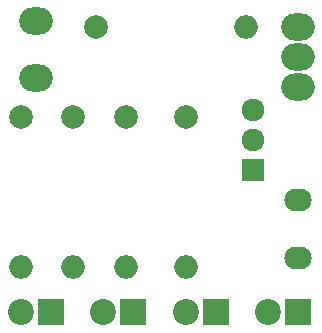
<source format=gbr>
G04 #@! TF.FileFunction,Soldermask,Bot*
%FSLAX46Y46*%
G04 Gerber Fmt 4.6, Leading zero omitted, Abs format (unit mm)*
G04 Created by KiCad (PCBNEW 4.0.7) date 03/14/18 22:24:58*
%MOMM*%
%LPD*%
G01*
G04 APERTURE LIST*
%ADD10C,0.100000*%
%ADD11R,2.200000X2.200000*%
%ADD12C,2.200000*%
%ADD13C,1.920000*%
%ADD14R,1.920000X1.920000*%
%ADD15C,2.000000*%
%ADD16O,2.000000X2.000000*%
%ADD17O,2.838400X2.305000*%
%ADD18O,2.305000X1.924000*%
G04 APERTURE END LIST*
D10*
D11*
X131445000Y-134620000D03*
D12*
X128905000Y-134620000D03*
D13*
X148590000Y-120015000D03*
X148590000Y-117475000D03*
D14*
X148590000Y-122555000D03*
D15*
X135255000Y-110490000D03*
D16*
X147955000Y-110490000D03*
D17*
X130175000Y-109982000D03*
X130175000Y-114808000D03*
D15*
X133350000Y-118110000D03*
D16*
X133350000Y-130810000D03*
D15*
X128905000Y-118110000D03*
D16*
X128905000Y-130810000D03*
D15*
X137795000Y-118110000D03*
D16*
X137795000Y-130810000D03*
D15*
X142875000Y-118110000D03*
D16*
X142875000Y-130810000D03*
D17*
X152400000Y-110490000D03*
X152400000Y-113030000D03*
X152400000Y-115570000D03*
D18*
X152400000Y-125095000D03*
X152400000Y-130048000D03*
D11*
X138430000Y-134620000D03*
D12*
X135890000Y-134620000D03*
D11*
X145415000Y-134620000D03*
D12*
X142875000Y-134620000D03*
D11*
X152400000Y-134620000D03*
D12*
X149860000Y-134620000D03*
M02*

</source>
